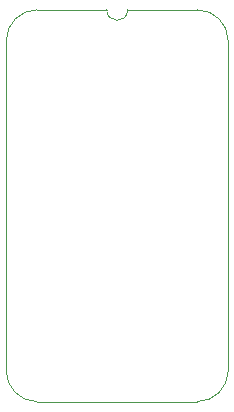
<source format=gm1>
%TF.GenerationSoftware,KiCad,Pcbnew,8.0.2*%
%TF.CreationDate,2024-06-06T09:21:17+02:00*%
%TF.ProjectId,Clock Hold Standard,436c6f63-6b20-4486-9f6c-64205374616e,V0*%
%TF.SameCoordinates,PX54c81a0PY37b6b20*%
%TF.FileFunction,Profile,NP*%
%FSLAX46Y46*%
G04 Gerber Fmt 4.6, Leading zero omitted, Abs format (unit mm)*
G04 Created by KiCad (PCBNEW 8.0.2) date 2024-06-06 09:21:17*
%MOMM*%
%LPD*%
G01*
G04 APERTURE LIST*
%TA.AperFunction,Profile*%
%ADD10C,0.100000*%
%TD*%
G04 APERTURE END LIST*
D10*
%TO.C,J1*%
X-1778000Y-27940000D02*
X-1778000Y0D01*
X6731000Y2616200D02*
X835732Y2613732D01*
X14404267Y2613733D02*
X8509000Y2616200D01*
X14404268Y-30553732D02*
X835733Y-30553733D01*
X17018000Y-27940000D02*
X17017999Y1D01*
X-1778000Y0D02*
G75*
G02*
X835732Y2613732I2613731J1D01*
G01*
X835733Y-30553733D02*
G75*
G02*
X-1778000Y-27940000I-6J2613727D01*
G01*
X8509000Y2616200D02*
G75*
G02*
X6731000Y2616200I-889000J0D01*
G01*
X14404267Y2613733D02*
G75*
G02*
X17017993Y1I-7J-2613733D01*
G01*
X17018000Y-27940000D02*
G75*
G02*
X14404268Y-30553730I-2613730J0D01*
G01*
%TD*%
M02*

</source>
